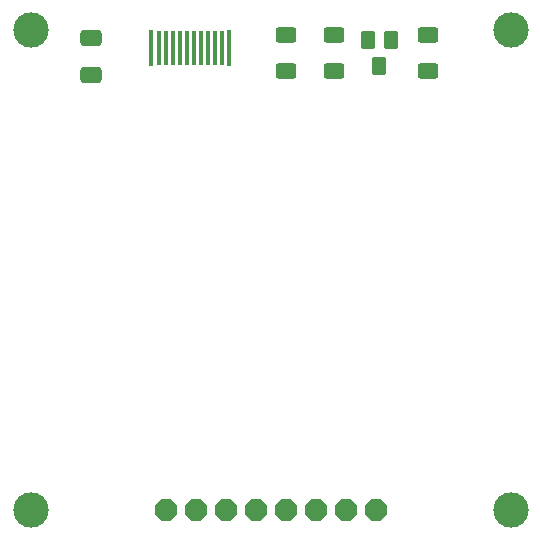
<source format=gbr>
%TF.GenerationSoftware,KiCad,Pcbnew,9.0.5*%
%TF.CreationDate,2025-10-17T16:28:27+07:00*%
%TF.ProjectId,Nokia 1202 breakout,4e6f6b69-6120-4313-9230-322062726561,rev?*%
%TF.SameCoordinates,Original*%
%TF.FileFunction,Soldermask,Top*%
%TF.FilePolarity,Negative*%
%FSLAX46Y46*%
G04 Gerber Fmt 4.6, Leading zero omitted, Abs format (unit mm)*
G04 Created by KiCad (PCBNEW 9.0.5) date 2025-10-17 16:28:27*
%MOMM*%
%LPD*%
G01*
G04 APERTURE LIST*
G04 Aperture macros list*
%AMRoundRect*
0 Rectangle with rounded corners*
0 $1 Rounding radius*
0 $2 $3 $4 $5 $6 $7 $8 $9 X,Y pos of 4 corners*
0 Add a 4 corners polygon primitive as box body*
4,1,4,$2,$3,$4,$5,$6,$7,$8,$9,$2,$3,0*
0 Add four circle primitives for the rounded corners*
1,1,$1+$1,$2,$3*
1,1,$1+$1,$4,$5*
1,1,$1+$1,$6,$7*
1,1,$1+$1,$8,$9*
0 Add four rect primitives between the rounded corners*
20,1,$1+$1,$2,$3,$4,$5,0*
20,1,$1+$1,$4,$5,$6,$7,0*
20,1,$1+$1,$6,$7,$8,$9,0*
20,1,$1+$1,$8,$9,$2,$3,0*%
%AMFreePoly0*
4,1,17,0.404157,0.924921,0.924921,0.404157,0.939800,0.368236,0.939800,-0.368236,0.924921,-0.404157,0.404157,-0.924921,0.368236,-0.939800,-0.368236,-0.939800,-0.404157,-0.924921,-0.924921,-0.404157,-0.939800,-0.368236,-0.939800,0.368236,-0.924921,0.404157,-0.404157,0.924921,-0.368236,0.939800,0.368236,0.939800,0.404157,0.924921,0.404157,0.924921,$1*%
G04 Aperture macros list end*
%ADD10RoundRect,0.250000X-0.650000X0.412500X-0.650000X-0.412500X0.650000X-0.412500X0.650000X0.412500X0*%
%ADD11RoundRect,0.250000X-0.625000X0.400000X-0.625000X-0.400000X0.625000X-0.400000X0.625000X0.400000X0*%
%ADD12FreePoly0,90.000000*%
%ADD13C,3.000000*%
%ADD14RoundRect,0.050800X-0.160000X-1.500000X0.160000X-1.500000X0.160000X1.500000X-0.160000X1.500000X0*%
%ADD15RoundRect,0.050800X-0.160000X-1.400000X0.160000X-1.400000X0.160000X1.400000X-0.160000X1.400000X0*%
%ADD16RoundRect,0.050800X0.500000X0.700000X-0.500000X0.700000X-0.500000X-0.700000X0.500000X-0.700000X0*%
G04 APERTURE END LIST*
D10*
%TO.C,C1*%
X133271100Y-85337350D03*
X133271100Y-88462350D03*
%TD*%
D11*
%TO.C,R1*%
X149781100Y-85032350D03*
X149781100Y-88132350D03*
%TD*%
%TO.C,R2*%
X153908600Y-85032350D03*
X153908600Y-88132350D03*
%TD*%
%TO.C,R3*%
X161846100Y-85032350D03*
X161846100Y-88132350D03*
%TD*%
D12*
%TO.C,JP1*%
X139621100Y-125317350D03*
X142161100Y-125317350D03*
X144701100Y-125317350D03*
X147241100Y-125317350D03*
X149781100Y-125317350D03*
X152321100Y-125317350D03*
X154861100Y-125317350D03*
X157401100Y-125317350D03*
%TD*%
D13*
%TO.C,UNK_HOLE_0*%
X128191100Y-84677350D03*
%TD*%
D14*
%TO.C,LCD0*%
X138421100Y-86128350D03*
D15*
X139021100Y-86128350D03*
X139621100Y-86128350D03*
X140221100Y-86128350D03*
X140821100Y-86128350D03*
X141421100Y-86128350D03*
X142021100Y-86128350D03*
X142621100Y-86128350D03*
X143221100Y-86128350D03*
X143821100Y-86128350D03*
X144421100Y-86128350D03*
D14*
X145021100Y-86128350D03*
%TD*%
D13*
%TO.C,UNK_HOLE_3*%
X128191100Y-125317350D03*
%TD*%
%TO.C,UNK_HOLE_1*%
X168831100Y-84677350D03*
%TD*%
%TO.C,UNK_HOLE_2*%
X168831100Y-125317350D03*
%TD*%
D16*
%TO.C,Q1*%
X158668600Y-85482350D03*
X156768600Y-85482350D03*
X157718600Y-87682350D03*
%TD*%
M02*

</source>
